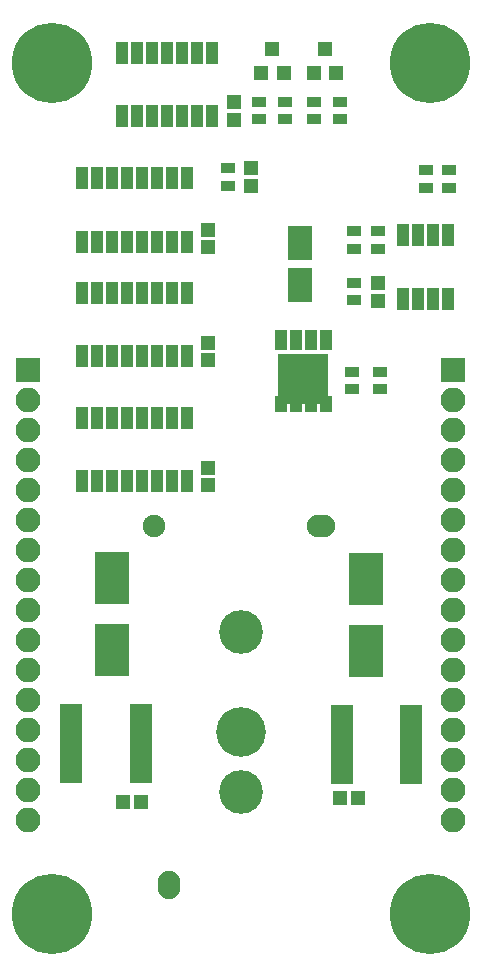
<source format=gts>
G04 #@! TF.FileFunction,Soldermask,Top*
%FSLAX46Y46*%
G04 Gerber Fmt 4.6, Leading zero omitted, Abs format (unit mm)*
G04 Created by KiCad (PCBNEW 4.0.6) date 12/30/18 12:01:16*
%MOMM*%
%LPD*%
G01*
G04 APERTURE LIST*
%ADD10C,0.100000*%
%ADD11R,1.000000X1.900000*%
%ADD12C,6.800000*%
%ADD13R,1.150000X1.200000*%
%ADD14R,1.200000X1.150000*%
%ADD15R,2.900000X4.400000*%
%ADD16R,2.000000X3.000000*%
%ADD17R,1.850000X0.850000*%
%ADD18R,1.000000X1.950000*%
%ADD19R,1.200000X1.300000*%
%ADD20R,1.010000X1.420000*%
%ADD21R,1.010000X1.670000*%
%ADD22R,4.310000X4.210000*%
%ADD23R,1.300000X0.900000*%
%ADD24R,2.100000X2.100000*%
%ADD25O,2.100000X2.100000*%
%ADD26O,1.900000X1.900000*%
%ADD27O,2.400000X1.900000*%
%ADD28C,3.700000*%
%ADD29C,4.200000*%
%ADD30O,1.900000X2.400000*%
G04 APERTURE END LIST*
D10*
D11*
X86555000Y-48825000D03*
X87825000Y-48825000D03*
X89095000Y-48825000D03*
X90365000Y-48825000D03*
X91635000Y-48825000D03*
X92905000Y-48825000D03*
X94175000Y-48825000D03*
X95445000Y-48825000D03*
X95445000Y-43425000D03*
X94175000Y-43425000D03*
X92905000Y-43425000D03*
X91635000Y-43425000D03*
X90365000Y-43425000D03*
X89095000Y-43425000D03*
X87825000Y-43425000D03*
X86555000Y-43425000D03*
D12*
X84000000Y-24000000D03*
X116000000Y-24000000D03*
X116000000Y-96000000D03*
D13*
X97200000Y-49150000D03*
X97200000Y-47650000D03*
D14*
X91550000Y-86525000D03*
X90050000Y-86525000D03*
D15*
X110600000Y-73800000D03*
X110600000Y-67700000D03*
D14*
X109950000Y-86250000D03*
X108450000Y-86250000D03*
D13*
X97200000Y-39600000D03*
X97200000Y-38100000D03*
X99400000Y-28800000D03*
X99400000Y-27300000D03*
X97200000Y-59750000D03*
X97200000Y-58250000D03*
D16*
X105000000Y-39200000D03*
X105000000Y-42800000D03*
D13*
X111639708Y-44141646D03*
X111639708Y-42641646D03*
X100900000Y-32900000D03*
X100900000Y-34400000D03*
D11*
X86555000Y-39100000D03*
X87825000Y-39100000D03*
X89095000Y-39100000D03*
X90365000Y-39100000D03*
X91635000Y-39100000D03*
X92905000Y-39100000D03*
X94175000Y-39100000D03*
X95445000Y-39100000D03*
X95445000Y-33700000D03*
X94175000Y-33700000D03*
X92905000Y-33700000D03*
X91635000Y-33700000D03*
X90365000Y-33700000D03*
X89095000Y-33700000D03*
X87825000Y-33700000D03*
X86555000Y-33700000D03*
D17*
X85675000Y-78700000D03*
X85675000Y-79350000D03*
X85675000Y-80000000D03*
X85675000Y-80650000D03*
X85675000Y-81300000D03*
X85675000Y-81950000D03*
X85675000Y-82600000D03*
X85675000Y-83250000D03*
X85675000Y-83900000D03*
X85675000Y-84550000D03*
X91575000Y-84550000D03*
X91575000Y-83900000D03*
X91575000Y-83250000D03*
X91575000Y-82600000D03*
X91575000Y-81950000D03*
X91575000Y-81300000D03*
X91575000Y-80650000D03*
X91575000Y-80000000D03*
X91575000Y-79350000D03*
X91575000Y-78700000D03*
X114456000Y-84630000D03*
X114456000Y-83980000D03*
X114456000Y-83330000D03*
X114456000Y-82680000D03*
X114456000Y-82030000D03*
X114456000Y-81380000D03*
X114456000Y-80730000D03*
X114456000Y-80080000D03*
X114456000Y-79430000D03*
X114456000Y-78780000D03*
X108556000Y-78780000D03*
X108556000Y-79430000D03*
X108556000Y-80080000D03*
X108556000Y-80730000D03*
X108556000Y-81380000D03*
X108556000Y-82030000D03*
X108556000Y-82680000D03*
X108556000Y-83330000D03*
X108556000Y-83980000D03*
X108556000Y-84630000D03*
D11*
X89990000Y-28500000D03*
X91260000Y-28500000D03*
X92530000Y-28500000D03*
X93800000Y-28500000D03*
X95070000Y-28500000D03*
X96340000Y-28500000D03*
X97610000Y-28500000D03*
X97610000Y-23100000D03*
X96340000Y-23100000D03*
X95070000Y-23100000D03*
X93800000Y-23100000D03*
X92530000Y-23100000D03*
X91260000Y-23100000D03*
X89990000Y-23100000D03*
X86555000Y-59400000D03*
X87825000Y-59400000D03*
X89095000Y-59400000D03*
X90365000Y-59400000D03*
X91635000Y-59400000D03*
X92905000Y-59400000D03*
X94175000Y-59400000D03*
X95445000Y-59400000D03*
X95445000Y-54000000D03*
X94175000Y-54000000D03*
X92905000Y-54000000D03*
X91635000Y-54000000D03*
X90365000Y-54000000D03*
X89095000Y-54000000D03*
X87825000Y-54000000D03*
X86555000Y-54000000D03*
D18*
X113734708Y-43941646D03*
X115004708Y-43941646D03*
X116274708Y-43941646D03*
X117544708Y-43941646D03*
X117544708Y-38541646D03*
X116274708Y-38541646D03*
X115004708Y-38541646D03*
X113734708Y-38541646D03*
D19*
X101750000Y-24800000D03*
X103650000Y-24800000D03*
X102700000Y-22800000D03*
X106200000Y-24800000D03*
X108100000Y-24800000D03*
X107150000Y-22800000D03*
D20*
X107200000Y-52865000D03*
X105930000Y-52865000D03*
X104660000Y-52865000D03*
X103390000Y-52865000D03*
D21*
X103390000Y-47400000D03*
X104660000Y-47400000D03*
X105930000Y-47400000D03*
X107200000Y-47400000D03*
D22*
X105295000Y-50765000D03*
D23*
X101600000Y-27250000D03*
X101600000Y-28750000D03*
X103800000Y-27250000D03*
X103800000Y-28750000D03*
X106200000Y-27250000D03*
X106200000Y-28750000D03*
X108400000Y-27250000D03*
X108400000Y-28750000D03*
X109639708Y-38241646D03*
X109639708Y-39741646D03*
X111639708Y-39741646D03*
X111639708Y-38241646D03*
X111800000Y-51607029D03*
X111800000Y-50107029D03*
X109639708Y-42591646D03*
X109639708Y-44091646D03*
X109400000Y-50107029D03*
X109400000Y-51607029D03*
X98900000Y-34400000D03*
X98900000Y-32900000D03*
X115685219Y-34573175D03*
X115685219Y-33073175D03*
X117685219Y-34573175D03*
X117685219Y-33073175D03*
D12*
X84000000Y-96000000D03*
D24*
X118000000Y-50000000D03*
D25*
X118000000Y-52540000D03*
X118000000Y-55080000D03*
X118000000Y-57620000D03*
X118000000Y-60160000D03*
X118000000Y-62700000D03*
X118000000Y-65240000D03*
X118000000Y-67780000D03*
X118000000Y-70320000D03*
X118000000Y-72860000D03*
X118000000Y-75400000D03*
X118000000Y-77940000D03*
X118000000Y-80480000D03*
X118000000Y-83020000D03*
X118000000Y-85560000D03*
X118000000Y-88100000D03*
D24*
X82000000Y-50000000D03*
D25*
X82000000Y-52540000D03*
X82000000Y-55080000D03*
X82000000Y-57620000D03*
X82000000Y-60160000D03*
X82000000Y-62700000D03*
X82000000Y-65240000D03*
X82000000Y-67780000D03*
X82000000Y-70320000D03*
X82000000Y-72860000D03*
X82000000Y-75400000D03*
X82000000Y-77940000D03*
X82000000Y-80480000D03*
X82000000Y-83020000D03*
X82000000Y-85560000D03*
X82000000Y-88100000D03*
D15*
X89075000Y-73650000D03*
X89075000Y-67550000D03*
D26*
X92700000Y-63200000D03*
D27*
X106800000Y-63200000D03*
D28*
X100000000Y-72200000D03*
D29*
X100000000Y-80650000D03*
D28*
X100000000Y-85700000D03*
D30*
X93900000Y-93600000D03*
M02*

</source>
